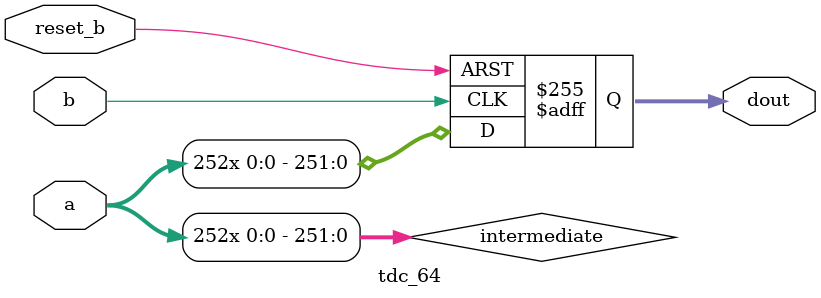
<source format=v>

module tdc_64(
`ifdef USE_POWER_PINS
    vdd,
    vss,
`endif
    a, b, reset_b, dout
  );

  parameter DATA_WIDTH = 252 ;

`ifdef USE_POWER_PINS
    inout vdd; // power
    inout vss; // ground
`endif
  input  a; // start clock
  input  b; // stop clock
  input  reset_b; // active-low reset
  output reg [DATA_WIDTH-1:0] dout; // data out

  wire [DATA_WIDTH-1:0] intermediate;

  genvar i;

  generate for (i = 0; i < DATA_WIDTH; i = i + 1) begin
    always @(*) begin
      if (i == 0) intermediate[i] <= #1 a;
      else intermediate[i] <= #1 intermediate[i-1];
    end
  end endgenerate

  always @(posedge b, negedge reset_b)
  begin
    if (~reset_b) dout <=  {DATA_WIDTH{1'b0}};
    else dout <= intermediate;
  end

endmodule


</source>
